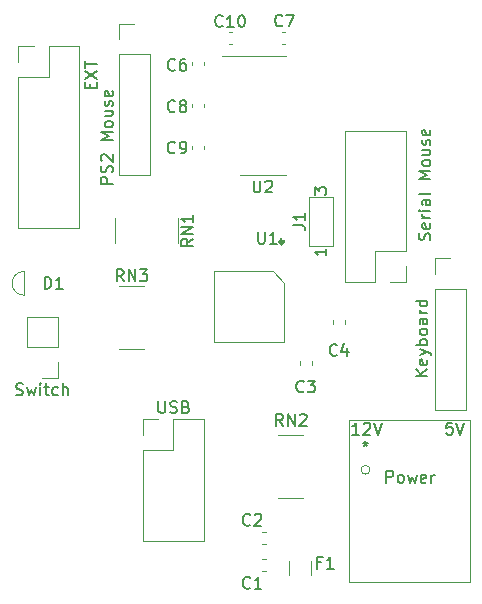
<source format=gbr>
%TF.GenerationSoftware,KiCad,Pcbnew,(6.0.9-0)*%
%TF.CreationDate,2023-01-28T22:02:16-06:00*%
%TF.ProjectId,ps2usb,70733275-7362-42e6-9b69-6361645f7063,rev?*%
%TF.SameCoordinates,Original*%
%TF.FileFunction,Legend,Top*%
%TF.FilePolarity,Positive*%
%FSLAX46Y46*%
G04 Gerber Fmt 4.6, Leading zero omitted, Abs format (unit mm)*
G04 Created by KiCad (PCBNEW (6.0.9-0)) date 2023-01-28 22:02:16*
%MOMM*%
%LPD*%
G01*
G04 APERTURE LIST*
%ADD10C,0.150000*%
%ADD11C,0.120000*%
%ADD12C,0.310000*%
G04 APERTURE END LIST*
D10*
%TO.C,C9*%
X111333333Y-81357142D02*
X111285714Y-81404761D01*
X111142857Y-81452380D01*
X111047619Y-81452380D01*
X110904761Y-81404761D01*
X110809523Y-81309523D01*
X110761904Y-81214285D01*
X110714285Y-81023809D01*
X110714285Y-80880952D01*
X110761904Y-80690476D01*
X110809523Y-80595238D01*
X110904761Y-80500000D01*
X111047619Y-80452380D01*
X111142857Y-80452380D01*
X111285714Y-80500000D01*
X111333333Y-80547619D01*
X111809523Y-81452380D02*
X112000000Y-81452380D01*
X112095238Y-81404761D01*
X112142857Y-81357142D01*
X112238095Y-81214285D01*
X112285714Y-81023809D01*
X112285714Y-80642857D01*
X112238095Y-80547619D01*
X112190476Y-80500000D01*
X112095238Y-80452380D01*
X111904761Y-80452380D01*
X111809523Y-80500000D01*
X111761904Y-80547619D01*
X111714285Y-80642857D01*
X111714285Y-80880952D01*
X111761904Y-80976190D01*
X111809523Y-81023809D01*
X111904761Y-81071428D01*
X112095238Y-81071428D01*
X112190476Y-81023809D01*
X112238095Y-80976190D01*
X112285714Y-80880952D01*
%TO.C,EXT*%
X104178571Y-75921428D02*
X104178571Y-75588095D01*
X104702380Y-75445238D02*
X104702380Y-75921428D01*
X103702380Y-75921428D01*
X103702380Y-75445238D01*
X103702380Y-75111904D02*
X104702380Y-74445238D01*
X103702380Y-74445238D02*
X104702380Y-75111904D01*
X103702380Y-74207142D02*
X103702380Y-73635714D01*
X104702380Y-73921428D02*
X103702380Y-73921428D01*
%TO.C,*%
%TO.C,C4*%
X125033333Y-98490142D02*
X124985714Y-98537761D01*
X124842857Y-98585380D01*
X124747619Y-98585380D01*
X124604761Y-98537761D01*
X124509523Y-98442523D01*
X124461904Y-98347285D01*
X124414285Y-98156809D01*
X124414285Y-98013952D01*
X124461904Y-97823476D01*
X124509523Y-97728238D01*
X124604761Y-97633000D01*
X124747619Y-97585380D01*
X124842857Y-97585380D01*
X124985714Y-97633000D01*
X125033333Y-97680619D01*
X125890476Y-97918714D02*
X125890476Y-98585380D01*
X125652380Y-97537761D02*
X125414285Y-98252047D01*
X126033333Y-98252047D01*
%TO.C,C7*%
X120433333Y-70607142D02*
X120385714Y-70654761D01*
X120242857Y-70702380D01*
X120147619Y-70702380D01*
X120004761Y-70654761D01*
X119909523Y-70559523D01*
X119861904Y-70464285D01*
X119814285Y-70273809D01*
X119814285Y-70130952D01*
X119861904Y-69940476D01*
X119909523Y-69845238D01*
X120004761Y-69750000D01*
X120147619Y-69702380D01*
X120242857Y-69702380D01*
X120385714Y-69750000D01*
X120433333Y-69797619D01*
X120766666Y-69702380D02*
X121433333Y-69702380D01*
X121004761Y-70702380D01*
%TO.C,Keyboard*%
X132702380Y-100290476D02*
X131702380Y-100290476D01*
X132702380Y-99719047D02*
X132130952Y-100147619D01*
X131702380Y-99719047D02*
X132273809Y-100290476D01*
X132654761Y-98909523D02*
X132702380Y-99004761D01*
X132702380Y-99195238D01*
X132654761Y-99290476D01*
X132559523Y-99338095D01*
X132178571Y-99338095D01*
X132083333Y-99290476D01*
X132035714Y-99195238D01*
X132035714Y-99004761D01*
X132083333Y-98909523D01*
X132178571Y-98861904D01*
X132273809Y-98861904D01*
X132369047Y-99338095D01*
X132035714Y-98528571D02*
X132702380Y-98290476D01*
X132035714Y-98052380D02*
X132702380Y-98290476D01*
X132940476Y-98385714D01*
X132988095Y-98433333D01*
X133035714Y-98528571D01*
X132702380Y-97671428D02*
X131702380Y-97671428D01*
X132083333Y-97671428D02*
X132035714Y-97576190D01*
X132035714Y-97385714D01*
X132083333Y-97290476D01*
X132130952Y-97242857D01*
X132226190Y-97195238D01*
X132511904Y-97195238D01*
X132607142Y-97242857D01*
X132654761Y-97290476D01*
X132702380Y-97385714D01*
X132702380Y-97576190D01*
X132654761Y-97671428D01*
X132702380Y-96623809D02*
X132654761Y-96719047D01*
X132607142Y-96766666D01*
X132511904Y-96814285D01*
X132226190Y-96814285D01*
X132130952Y-96766666D01*
X132083333Y-96719047D01*
X132035714Y-96623809D01*
X132035714Y-96480952D01*
X132083333Y-96385714D01*
X132130952Y-96338095D01*
X132226190Y-96290476D01*
X132511904Y-96290476D01*
X132607142Y-96338095D01*
X132654761Y-96385714D01*
X132702380Y-96480952D01*
X132702380Y-96623809D01*
X132702380Y-95433333D02*
X132178571Y-95433333D01*
X132083333Y-95480952D01*
X132035714Y-95576190D01*
X132035714Y-95766666D01*
X132083333Y-95861904D01*
X132654761Y-95433333D02*
X132702380Y-95528571D01*
X132702380Y-95766666D01*
X132654761Y-95861904D01*
X132559523Y-95909523D01*
X132464285Y-95909523D01*
X132369047Y-95861904D01*
X132321428Y-95766666D01*
X132321428Y-95528571D01*
X132273809Y-95433333D01*
X132702380Y-94957142D02*
X132035714Y-94957142D01*
X132226190Y-94957142D02*
X132130952Y-94909523D01*
X132083333Y-94861904D01*
X132035714Y-94766666D01*
X132035714Y-94671428D01*
X132702380Y-93909523D02*
X131702380Y-93909523D01*
X132654761Y-93909523D02*
X132702380Y-94004761D01*
X132702380Y-94195238D01*
X132654761Y-94290476D01*
X132607142Y-94338095D01*
X132511904Y-94385714D01*
X132226190Y-94385714D01*
X132130952Y-94338095D01*
X132083333Y-94290476D01*
X132035714Y-94195238D01*
X132035714Y-94004761D01*
X132083333Y-93909523D01*
%TO.C,D1*%
X100290904Y-92902380D02*
X100290904Y-91902380D01*
X100529000Y-91902380D01*
X100671857Y-91950000D01*
X100767095Y-92045238D01*
X100814714Y-92140476D01*
X100862333Y-92330952D01*
X100862333Y-92473809D01*
X100814714Y-92664285D01*
X100767095Y-92759523D01*
X100671857Y-92854761D01*
X100529000Y-92902380D01*
X100290904Y-92902380D01*
X101814714Y-92902380D02*
X101243285Y-92902380D01*
X101529000Y-92902380D02*
X101529000Y-91902380D01*
X101433761Y-92045238D01*
X101338523Y-92140476D01*
X101243285Y-92188095D01*
%TO.C,RN3*%
X106977523Y-92274380D02*
X106644190Y-91798190D01*
X106406095Y-92274380D02*
X106406095Y-91274380D01*
X106787047Y-91274380D01*
X106882285Y-91322000D01*
X106929904Y-91369619D01*
X106977523Y-91464857D01*
X106977523Y-91607714D01*
X106929904Y-91702952D01*
X106882285Y-91750571D01*
X106787047Y-91798190D01*
X106406095Y-91798190D01*
X107406095Y-92274380D02*
X107406095Y-91274380D01*
X107977523Y-92274380D01*
X107977523Y-91274380D01*
X108358476Y-91274380D02*
X108977523Y-91274380D01*
X108644190Y-91655333D01*
X108787047Y-91655333D01*
X108882285Y-91702952D01*
X108929904Y-91750571D01*
X108977523Y-91845809D01*
X108977523Y-92083904D01*
X108929904Y-92179142D01*
X108882285Y-92226761D01*
X108787047Y-92274380D01*
X108501333Y-92274380D01*
X108406095Y-92226761D01*
X108358476Y-92179142D01*
%TO.C,C1*%
X117689333Y-118213142D02*
X117641714Y-118260761D01*
X117498857Y-118308380D01*
X117403619Y-118308380D01*
X117260761Y-118260761D01*
X117165523Y-118165523D01*
X117117904Y-118070285D01*
X117070285Y-117879809D01*
X117070285Y-117736952D01*
X117117904Y-117546476D01*
X117165523Y-117451238D01*
X117260761Y-117356000D01*
X117403619Y-117308380D01*
X117498857Y-117308380D01*
X117641714Y-117356000D01*
X117689333Y-117403619D01*
X118641714Y-118308380D02*
X118070285Y-118308380D01*
X118356000Y-118308380D02*
X118356000Y-117308380D01*
X118260761Y-117451238D01*
X118165523Y-117546476D01*
X118070285Y-117594095D01*
%TO.C,USB*%
X109933095Y-102422380D02*
X109933095Y-103231904D01*
X109980714Y-103327142D01*
X110028333Y-103374761D01*
X110123571Y-103422380D01*
X110314047Y-103422380D01*
X110409285Y-103374761D01*
X110456904Y-103327142D01*
X110504523Y-103231904D01*
X110504523Y-102422380D01*
X110933095Y-103374761D02*
X111075952Y-103422380D01*
X111314047Y-103422380D01*
X111409285Y-103374761D01*
X111456904Y-103327142D01*
X111504523Y-103231904D01*
X111504523Y-103136666D01*
X111456904Y-103041428D01*
X111409285Y-102993809D01*
X111314047Y-102946190D01*
X111123571Y-102898571D01*
X111028333Y-102850952D01*
X110980714Y-102803333D01*
X110933095Y-102708095D01*
X110933095Y-102612857D01*
X110980714Y-102517619D01*
X111028333Y-102470000D01*
X111123571Y-102422380D01*
X111361666Y-102422380D01*
X111504523Y-102470000D01*
X112266428Y-102898571D02*
X112409285Y-102946190D01*
X112456904Y-102993809D01*
X112504523Y-103089047D01*
X112504523Y-103231904D01*
X112456904Y-103327142D01*
X112409285Y-103374761D01*
X112314047Y-103422380D01*
X111933095Y-103422380D01*
X111933095Y-102422380D01*
X112266428Y-102422380D01*
X112361666Y-102470000D01*
X112409285Y-102517619D01*
X112456904Y-102612857D01*
X112456904Y-102708095D01*
X112409285Y-102803333D01*
X112361666Y-102850952D01*
X112266428Y-102898571D01*
X111933095Y-102898571D01*
%TO.C,Power*%
X129233809Y-109328780D02*
X129233809Y-108328780D01*
X129614761Y-108328780D01*
X129710000Y-108376400D01*
X129757619Y-108424019D01*
X129805238Y-108519257D01*
X129805238Y-108662114D01*
X129757619Y-108757352D01*
X129710000Y-108804971D01*
X129614761Y-108852590D01*
X129233809Y-108852590D01*
X130376666Y-109328780D02*
X130281428Y-109281161D01*
X130233809Y-109233542D01*
X130186190Y-109138304D01*
X130186190Y-108852590D01*
X130233809Y-108757352D01*
X130281428Y-108709733D01*
X130376666Y-108662114D01*
X130519523Y-108662114D01*
X130614761Y-108709733D01*
X130662380Y-108757352D01*
X130710000Y-108852590D01*
X130710000Y-109138304D01*
X130662380Y-109233542D01*
X130614761Y-109281161D01*
X130519523Y-109328780D01*
X130376666Y-109328780D01*
X131043333Y-108662114D02*
X131233809Y-109328780D01*
X131424285Y-108852590D01*
X131614761Y-109328780D01*
X131805238Y-108662114D01*
X132567142Y-109281161D02*
X132471904Y-109328780D01*
X132281428Y-109328780D01*
X132186190Y-109281161D01*
X132138571Y-109185923D01*
X132138571Y-108804971D01*
X132186190Y-108709733D01*
X132281428Y-108662114D01*
X132471904Y-108662114D01*
X132567142Y-108709733D01*
X132614761Y-108804971D01*
X132614761Y-108900209D01*
X132138571Y-108995447D01*
X133043333Y-109328780D02*
X133043333Y-108662114D01*
X133043333Y-108852590D02*
X133090952Y-108757352D01*
X133138571Y-108709733D01*
X133233809Y-108662114D01*
X133329047Y-108662114D01*
X127460000Y-105788780D02*
X127460000Y-106026876D01*
X127221904Y-105931638D02*
X127460000Y-106026876D01*
X127698095Y-105931638D01*
X127317142Y-106217352D02*
X127460000Y-106026876D01*
X127602857Y-106217352D01*
X134809523Y-104252380D02*
X134333333Y-104252380D01*
X134285714Y-104728571D01*
X134333333Y-104680952D01*
X134428571Y-104633333D01*
X134666666Y-104633333D01*
X134761904Y-104680952D01*
X134809523Y-104728571D01*
X134857142Y-104823809D01*
X134857142Y-105061904D01*
X134809523Y-105157142D01*
X134761904Y-105204761D01*
X134666666Y-105252380D01*
X134428571Y-105252380D01*
X134333333Y-105204761D01*
X134285714Y-105157142D01*
X135142857Y-104252380D02*
X135476190Y-105252380D01*
X135809523Y-104252380D01*
X126930952Y-105252380D02*
X126359523Y-105252380D01*
X126645238Y-105252380D02*
X126645238Y-104252380D01*
X126550000Y-104395238D01*
X126454761Y-104490476D01*
X126359523Y-104538095D01*
X127311904Y-104347619D02*
X127359523Y-104300000D01*
X127454761Y-104252380D01*
X127692857Y-104252380D01*
X127788095Y-104300000D01*
X127835714Y-104347619D01*
X127883333Y-104442857D01*
X127883333Y-104538095D01*
X127835714Y-104680952D01*
X127264285Y-105252380D01*
X127883333Y-105252380D01*
X128169047Y-104252380D02*
X128502380Y-105252380D01*
X128835714Y-104252380D01*
%TO.C,J1*%
X121352380Y-87533333D02*
X122066666Y-87533333D01*
X122209523Y-87580952D01*
X122304761Y-87676190D01*
X122352380Y-87819047D01*
X122352380Y-87914285D01*
X122352380Y-86533333D02*
X122352380Y-87104761D01*
X122352380Y-86819047D02*
X121352380Y-86819047D01*
X121495238Y-86914285D01*
X121590476Y-87009523D01*
X121638095Y-87104761D01*
X124152380Y-89514285D02*
X124152380Y-90085714D01*
X124152380Y-89800000D02*
X123152380Y-89800000D01*
X123295238Y-89895238D01*
X123390476Y-89990476D01*
X123438095Y-90085714D01*
X123152380Y-84933333D02*
X123152380Y-84314285D01*
X123533333Y-84647619D01*
X123533333Y-84504761D01*
X123580952Y-84409523D01*
X123628571Y-84361904D01*
X123723809Y-84314285D01*
X123961904Y-84314285D01*
X124057142Y-84361904D01*
X124104761Y-84409523D01*
X124152380Y-84504761D01*
X124152380Y-84790476D01*
X124104761Y-84885714D01*
X124057142Y-84933333D01*
%TO.C,U1*%
X118364095Y-88098380D02*
X118364095Y-88907904D01*
X118411714Y-89003142D01*
X118459333Y-89050761D01*
X118554571Y-89098380D01*
X118745047Y-89098380D01*
X118840285Y-89050761D01*
X118887904Y-89003142D01*
X118935523Y-88907904D01*
X118935523Y-88098380D01*
X119935523Y-89098380D02*
X119364095Y-89098380D01*
X119649809Y-89098380D02*
X119649809Y-88098380D01*
X119554571Y-88241238D01*
X119459333Y-88336476D01*
X119364095Y-88384095D01*
%TO.C,RN2*%
X120467523Y-104520380D02*
X120134190Y-104044190D01*
X119896095Y-104520380D02*
X119896095Y-103520380D01*
X120277047Y-103520380D01*
X120372285Y-103568000D01*
X120419904Y-103615619D01*
X120467523Y-103710857D01*
X120467523Y-103853714D01*
X120419904Y-103948952D01*
X120372285Y-103996571D01*
X120277047Y-104044190D01*
X119896095Y-104044190D01*
X120896095Y-104520380D02*
X120896095Y-103520380D01*
X121467523Y-104520380D01*
X121467523Y-103520380D01*
X121896095Y-103615619D02*
X121943714Y-103568000D01*
X122038952Y-103520380D01*
X122277047Y-103520380D01*
X122372285Y-103568000D01*
X122419904Y-103615619D01*
X122467523Y-103710857D01*
X122467523Y-103806095D01*
X122419904Y-103948952D01*
X121848476Y-104520380D01*
X122467523Y-104520380D01*
%TO.C,U2*%
X117988095Y-83752380D02*
X117988095Y-84561904D01*
X118035714Y-84657142D01*
X118083333Y-84704761D01*
X118178571Y-84752380D01*
X118369047Y-84752380D01*
X118464285Y-84704761D01*
X118511904Y-84657142D01*
X118559523Y-84561904D01*
X118559523Y-83752380D01*
X118988095Y-83847619D02*
X119035714Y-83800000D01*
X119130952Y-83752380D01*
X119369047Y-83752380D01*
X119464285Y-83800000D01*
X119511904Y-83847619D01*
X119559523Y-83942857D01*
X119559523Y-84038095D01*
X119511904Y-84180952D01*
X118940476Y-84752380D01*
X119559523Y-84752380D01*
%TO.C,*%
%TO.C,C6*%
X111333333Y-74357142D02*
X111285714Y-74404761D01*
X111142857Y-74452380D01*
X111047619Y-74452380D01*
X110904761Y-74404761D01*
X110809523Y-74309523D01*
X110761904Y-74214285D01*
X110714285Y-74023809D01*
X110714285Y-73880952D01*
X110761904Y-73690476D01*
X110809523Y-73595238D01*
X110904761Y-73500000D01*
X111047619Y-73452380D01*
X111142857Y-73452380D01*
X111285714Y-73500000D01*
X111333333Y-73547619D01*
X112190476Y-73452380D02*
X112000000Y-73452380D01*
X111904761Y-73500000D01*
X111857142Y-73547619D01*
X111761904Y-73690476D01*
X111714285Y-73880952D01*
X111714285Y-74261904D01*
X111761904Y-74357142D01*
X111809523Y-74404761D01*
X111904761Y-74452380D01*
X112095238Y-74452380D01*
X112190476Y-74404761D01*
X112238095Y-74357142D01*
X112285714Y-74261904D01*
X112285714Y-74023809D01*
X112238095Y-73928571D01*
X112190476Y-73880952D01*
X112095238Y-73833333D01*
X111904761Y-73833333D01*
X111809523Y-73880952D01*
X111761904Y-73928571D01*
X111714285Y-74023809D01*
%TO.C,PS2 Mouse*%
X106052380Y-84004761D02*
X105052380Y-84004761D01*
X105052380Y-83623809D01*
X105100000Y-83528571D01*
X105147619Y-83480952D01*
X105242857Y-83433333D01*
X105385714Y-83433333D01*
X105480952Y-83480952D01*
X105528571Y-83528571D01*
X105576190Y-83623809D01*
X105576190Y-84004761D01*
X106004761Y-83052380D02*
X106052380Y-82909523D01*
X106052380Y-82671428D01*
X106004761Y-82576190D01*
X105957142Y-82528571D01*
X105861904Y-82480952D01*
X105766666Y-82480952D01*
X105671428Y-82528571D01*
X105623809Y-82576190D01*
X105576190Y-82671428D01*
X105528571Y-82861904D01*
X105480952Y-82957142D01*
X105433333Y-83004761D01*
X105338095Y-83052380D01*
X105242857Y-83052380D01*
X105147619Y-83004761D01*
X105100000Y-82957142D01*
X105052380Y-82861904D01*
X105052380Y-82623809D01*
X105100000Y-82480952D01*
X105147619Y-82099999D02*
X105100000Y-82052380D01*
X105052380Y-81957142D01*
X105052380Y-81719047D01*
X105100000Y-81623809D01*
X105147619Y-81576190D01*
X105242857Y-81528571D01*
X105338095Y-81528571D01*
X105480952Y-81576190D01*
X106052380Y-82147619D01*
X106052380Y-81528571D01*
X106052380Y-80338095D02*
X105052380Y-80338095D01*
X105766666Y-80004761D01*
X105052380Y-79671428D01*
X106052380Y-79671428D01*
X106052380Y-79052380D02*
X106004761Y-79147619D01*
X105957142Y-79195238D01*
X105861904Y-79242857D01*
X105576190Y-79242857D01*
X105480952Y-79195238D01*
X105433333Y-79147619D01*
X105385714Y-79052380D01*
X105385714Y-78909523D01*
X105433333Y-78814285D01*
X105480952Y-78766666D01*
X105576190Y-78719047D01*
X105861904Y-78719047D01*
X105957142Y-78766666D01*
X106004761Y-78814285D01*
X106052380Y-78909523D01*
X106052380Y-79052380D01*
X105385714Y-77861904D02*
X106052380Y-77861904D01*
X105385714Y-78290476D02*
X105909523Y-78290476D01*
X106004761Y-78242857D01*
X106052380Y-78147619D01*
X106052380Y-78004761D01*
X106004761Y-77909523D01*
X105957142Y-77861904D01*
X106004761Y-77433333D02*
X106052380Y-77338095D01*
X106052380Y-77147619D01*
X106004761Y-77052380D01*
X105909523Y-77004761D01*
X105861904Y-77004761D01*
X105766666Y-77052380D01*
X105719047Y-77147619D01*
X105719047Y-77290476D01*
X105671428Y-77385714D01*
X105576190Y-77433333D01*
X105528571Y-77433333D01*
X105433333Y-77385714D01*
X105385714Y-77290476D01*
X105385714Y-77147619D01*
X105433333Y-77052380D01*
X106004761Y-76195238D02*
X106052380Y-76290476D01*
X106052380Y-76480952D01*
X106004761Y-76576190D01*
X105909523Y-76623809D01*
X105528571Y-76623809D01*
X105433333Y-76576190D01*
X105385714Y-76480952D01*
X105385714Y-76290476D01*
X105433333Y-76195238D01*
X105528571Y-76147619D01*
X105623809Y-76147619D01*
X105719047Y-76623809D01*
%TO.C,C10*%
X115357142Y-70657142D02*
X115309523Y-70704761D01*
X115166666Y-70752380D01*
X115071428Y-70752380D01*
X114928571Y-70704761D01*
X114833333Y-70609523D01*
X114785714Y-70514285D01*
X114738095Y-70323809D01*
X114738095Y-70180952D01*
X114785714Y-69990476D01*
X114833333Y-69895238D01*
X114928571Y-69800000D01*
X115071428Y-69752380D01*
X115166666Y-69752380D01*
X115309523Y-69800000D01*
X115357142Y-69847619D01*
X116309523Y-70752380D02*
X115738095Y-70752380D01*
X116023809Y-70752380D02*
X116023809Y-69752380D01*
X115928571Y-69895238D01*
X115833333Y-69990476D01*
X115738095Y-70038095D01*
X116928571Y-69752380D02*
X117023809Y-69752380D01*
X117119047Y-69800000D01*
X117166666Y-69847619D01*
X117214285Y-69942857D01*
X117261904Y-70133333D01*
X117261904Y-70371428D01*
X117214285Y-70561904D01*
X117166666Y-70657142D01*
X117119047Y-70704761D01*
X117023809Y-70752380D01*
X116928571Y-70752380D01*
X116833333Y-70704761D01*
X116785714Y-70657142D01*
X116738095Y-70561904D01*
X116690476Y-70371428D01*
X116690476Y-70133333D01*
X116738095Y-69942857D01*
X116785714Y-69847619D01*
X116833333Y-69800000D01*
X116928571Y-69752380D01*
%TO.C,C2*%
X117689333Y-112879142D02*
X117641714Y-112926761D01*
X117498857Y-112974380D01*
X117403619Y-112974380D01*
X117260761Y-112926761D01*
X117165523Y-112831523D01*
X117117904Y-112736285D01*
X117070285Y-112545809D01*
X117070285Y-112402952D01*
X117117904Y-112212476D01*
X117165523Y-112117238D01*
X117260761Y-112022000D01*
X117403619Y-111974380D01*
X117498857Y-111974380D01*
X117641714Y-112022000D01*
X117689333Y-112069619D01*
X118070285Y-112069619D02*
X118117904Y-112022000D01*
X118213142Y-111974380D01*
X118451238Y-111974380D01*
X118546476Y-112022000D01*
X118594095Y-112069619D01*
X118641714Y-112164857D01*
X118641714Y-112260095D01*
X118594095Y-112402952D01*
X118022666Y-112974380D01*
X118641714Y-112974380D01*
%TO.C,Serial Mouse*%
X132904761Y-88766666D02*
X132952380Y-88623809D01*
X132952380Y-88385714D01*
X132904761Y-88290476D01*
X132857142Y-88242857D01*
X132761904Y-88195238D01*
X132666666Y-88195238D01*
X132571428Y-88242857D01*
X132523809Y-88290476D01*
X132476190Y-88385714D01*
X132428571Y-88576190D01*
X132380952Y-88671428D01*
X132333333Y-88719047D01*
X132238095Y-88766666D01*
X132142857Y-88766666D01*
X132047619Y-88719047D01*
X132000000Y-88671428D01*
X131952380Y-88576190D01*
X131952380Y-88338095D01*
X132000000Y-88195238D01*
X132904761Y-87385714D02*
X132952380Y-87480952D01*
X132952380Y-87671428D01*
X132904761Y-87766666D01*
X132809523Y-87814285D01*
X132428571Y-87814285D01*
X132333333Y-87766666D01*
X132285714Y-87671428D01*
X132285714Y-87480952D01*
X132333333Y-87385714D01*
X132428571Y-87338095D01*
X132523809Y-87338095D01*
X132619047Y-87814285D01*
X132952380Y-86909523D02*
X132285714Y-86909523D01*
X132476190Y-86909523D02*
X132380952Y-86861904D01*
X132333333Y-86814285D01*
X132285714Y-86719047D01*
X132285714Y-86623809D01*
X132952380Y-86290476D02*
X132285714Y-86290476D01*
X131952380Y-86290476D02*
X132000000Y-86338095D01*
X132047619Y-86290476D01*
X132000000Y-86242857D01*
X131952380Y-86290476D01*
X132047619Y-86290476D01*
X132952380Y-85385714D02*
X132428571Y-85385714D01*
X132333333Y-85433333D01*
X132285714Y-85528571D01*
X132285714Y-85719047D01*
X132333333Y-85814285D01*
X132904761Y-85385714D02*
X132952380Y-85480952D01*
X132952380Y-85719047D01*
X132904761Y-85814285D01*
X132809523Y-85861904D01*
X132714285Y-85861904D01*
X132619047Y-85814285D01*
X132571428Y-85719047D01*
X132571428Y-85480952D01*
X132523809Y-85385714D01*
X132952380Y-84766666D02*
X132904761Y-84861904D01*
X132809523Y-84909523D01*
X131952380Y-84909523D01*
X132952380Y-83623809D02*
X131952380Y-83623809D01*
X132666666Y-83290476D01*
X131952380Y-82957142D01*
X132952380Y-82957142D01*
X132952380Y-82338095D02*
X132904761Y-82433333D01*
X132857142Y-82480952D01*
X132761904Y-82528571D01*
X132476190Y-82528571D01*
X132380952Y-82480952D01*
X132333333Y-82433333D01*
X132285714Y-82338095D01*
X132285714Y-82195238D01*
X132333333Y-82100000D01*
X132380952Y-82052380D01*
X132476190Y-82004761D01*
X132761904Y-82004761D01*
X132857142Y-82052380D01*
X132904761Y-82100000D01*
X132952380Y-82195238D01*
X132952380Y-82338095D01*
X132285714Y-81147619D02*
X132952380Y-81147619D01*
X132285714Y-81576190D02*
X132809523Y-81576190D01*
X132904761Y-81528571D01*
X132952380Y-81433333D01*
X132952380Y-81290476D01*
X132904761Y-81195238D01*
X132857142Y-81147619D01*
X132904761Y-80719047D02*
X132952380Y-80623809D01*
X132952380Y-80433333D01*
X132904761Y-80338095D01*
X132809523Y-80290476D01*
X132761904Y-80290476D01*
X132666666Y-80338095D01*
X132619047Y-80433333D01*
X132619047Y-80576190D01*
X132571428Y-80671428D01*
X132476190Y-80719047D01*
X132428571Y-80719047D01*
X132333333Y-80671428D01*
X132285714Y-80576190D01*
X132285714Y-80433333D01*
X132333333Y-80338095D01*
X132904761Y-79480952D02*
X132952380Y-79576190D01*
X132952380Y-79766666D01*
X132904761Y-79861904D01*
X132809523Y-79909523D01*
X132428571Y-79909523D01*
X132333333Y-79861904D01*
X132285714Y-79766666D01*
X132285714Y-79576190D01*
X132333333Y-79480952D01*
X132428571Y-79433333D01*
X132523809Y-79433333D01*
X132619047Y-79909523D01*
%TO.C,C3*%
X122233333Y-101589142D02*
X122185714Y-101636761D01*
X122042857Y-101684380D01*
X121947619Y-101684380D01*
X121804761Y-101636761D01*
X121709523Y-101541523D01*
X121661904Y-101446285D01*
X121614285Y-101255809D01*
X121614285Y-101112952D01*
X121661904Y-100922476D01*
X121709523Y-100827238D01*
X121804761Y-100732000D01*
X121947619Y-100684380D01*
X122042857Y-100684380D01*
X122185714Y-100732000D01*
X122233333Y-100779619D01*
X122566666Y-100684380D02*
X123185714Y-100684380D01*
X122852380Y-101065333D01*
X122995238Y-101065333D01*
X123090476Y-101112952D01*
X123138095Y-101160571D01*
X123185714Y-101255809D01*
X123185714Y-101493904D01*
X123138095Y-101589142D01*
X123090476Y-101636761D01*
X122995238Y-101684380D01*
X122709523Y-101684380D01*
X122614285Y-101636761D01*
X122566666Y-101589142D01*
%TO.C,RN1*%
X112852380Y-88690476D02*
X112376190Y-89023809D01*
X112852380Y-89261904D02*
X111852380Y-89261904D01*
X111852380Y-88880952D01*
X111900000Y-88785714D01*
X111947619Y-88738095D01*
X112042857Y-88690476D01*
X112185714Y-88690476D01*
X112280952Y-88738095D01*
X112328571Y-88785714D01*
X112376190Y-88880952D01*
X112376190Y-89261904D01*
X112852380Y-88261904D02*
X111852380Y-88261904D01*
X112852380Y-87690476D01*
X111852380Y-87690476D01*
X112852380Y-86690476D02*
X112852380Y-87261904D01*
X112852380Y-86976190D02*
X111852380Y-86976190D01*
X111995238Y-87071428D01*
X112090476Y-87166666D01*
X112138095Y-87261904D01*
%TO.C,C8*%
X111333333Y-77857142D02*
X111285714Y-77904761D01*
X111142857Y-77952380D01*
X111047619Y-77952380D01*
X110904761Y-77904761D01*
X110809523Y-77809523D01*
X110761904Y-77714285D01*
X110714285Y-77523809D01*
X110714285Y-77380952D01*
X110761904Y-77190476D01*
X110809523Y-77095238D01*
X110904761Y-77000000D01*
X111047619Y-76952380D01*
X111142857Y-76952380D01*
X111285714Y-77000000D01*
X111333333Y-77047619D01*
X111904761Y-77380952D02*
X111809523Y-77333333D01*
X111761904Y-77285714D01*
X111714285Y-77190476D01*
X111714285Y-77142857D01*
X111761904Y-77047619D01*
X111809523Y-77000000D01*
X111904761Y-76952380D01*
X112095238Y-76952380D01*
X112190476Y-77000000D01*
X112238095Y-77047619D01*
X112285714Y-77142857D01*
X112285714Y-77190476D01*
X112238095Y-77285714D01*
X112190476Y-77333333D01*
X112095238Y-77380952D01*
X111904761Y-77380952D01*
X111809523Y-77428571D01*
X111761904Y-77476190D01*
X111714285Y-77571428D01*
X111714285Y-77761904D01*
X111761904Y-77857142D01*
X111809523Y-77904761D01*
X111904761Y-77952380D01*
X112095238Y-77952380D01*
X112190476Y-77904761D01*
X112238095Y-77857142D01*
X112285714Y-77761904D01*
X112285714Y-77571428D01*
X112238095Y-77476190D01*
X112190476Y-77428571D01*
X112095238Y-77380952D01*
%TO.C,F1*%
X123716666Y-116078571D02*
X123383333Y-116078571D01*
X123383333Y-116602380D02*
X123383333Y-115602380D01*
X123859523Y-115602380D01*
X124764285Y-116602380D02*
X124192857Y-116602380D01*
X124478571Y-116602380D02*
X124478571Y-115602380D01*
X124383333Y-115745238D01*
X124288095Y-115840476D01*
X124192857Y-115888095D01*
%TO.C,Switch*%
X97885714Y-101884761D02*
X98028571Y-101932380D01*
X98266666Y-101932380D01*
X98361904Y-101884761D01*
X98409523Y-101837142D01*
X98457142Y-101741904D01*
X98457142Y-101646666D01*
X98409523Y-101551428D01*
X98361904Y-101503809D01*
X98266666Y-101456190D01*
X98076190Y-101408571D01*
X97980952Y-101360952D01*
X97933333Y-101313333D01*
X97885714Y-101218095D01*
X97885714Y-101122857D01*
X97933333Y-101027619D01*
X97980952Y-100980000D01*
X98076190Y-100932380D01*
X98314285Y-100932380D01*
X98457142Y-100980000D01*
X98790476Y-101265714D02*
X98980952Y-101932380D01*
X99171428Y-101456190D01*
X99361904Y-101932380D01*
X99552380Y-101265714D01*
X99933333Y-101932380D02*
X99933333Y-101265714D01*
X99933333Y-100932380D02*
X99885714Y-100980000D01*
X99933333Y-101027619D01*
X99980952Y-100980000D01*
X99933333Y-100932380D01*
X99933333Y-101027619D01*
X100266666Y-101265714D02*
X100647619Y-101265714D01*
X100409523Y-100932380D02*
X100409523Y-101789523D01*
X100457142Y-101884761D01*
X100552380Y-101932380D01*
X100647619Y-101932380D01*
X101409523Y-101884761D02*
X101314285Y-101932380D01*
X101123809Y-101932380D01*
X101028571Y-101884761D01*
X100980952Y-101837142D01*
X100933333Y-101741904D01*
X100933333Y-101456190D01*
X100980952Y-101360952D01*
X101028571Y-101313333D01*
X101123809Y-101265714D01*
X101314285Y-101265714D01*
X101409523Y-101313333D01*
X101838095Y-101932380D02*
X101838095Y-100932380D01*
X102266666Y-101932380D02*
X102266666Y-101408571D01*
X102219047Y-101313333D01*
X102123809Y-101265714D01*
X101980952Y-101265714D01*
X101885714Y-101313333D01*
X101838095Y-101360952D01*
D11*
%TO.C,C9*%
X113766000Y-80795420D02*
X113766000Y-81076580D01*
X112746000Y-80795420D02*
X112746000Y-81076580D01*
%TO.C,EXT*%
X103245000Y-72370000D02*
X103245000Y-87730000D01*
X100645000Y-74970000D02*
X100645000Y-72370000D01*
X98045000Y-73700000D02*
X98045000Y-72370000D01*
X98045000Y-74970000D02*
X98045000Y-87730000D01*
X98045000Y-74970000D02*
X100645000Y-74970000D01*
X98045000Y-72370000D02*
X99375000Y-72370000D01*
X100645000Y-72370000D02*
X103245000Y-72370000D01*
X98045000Y-87730000D02*
X103245000Y-87730000D01*
%TO.C,C4*%
X124690000Y-95865580D02*
X124690000Y-95584420D01*
X125710000Y-95865580D02*
X125710000Y-95584420D01*
%TO.C,C7*%
X120359420Y-71190000D02*
X120640580Y-71190000D01*
X120359420Y-72210000D02*
X120640580Y-72210000D01*
%TO.C,Keyboard*%
X133320000Y-91675000D02*
X133320000Y-90345000D01*
X133320000Y-92945000D02*
X135980000Y-92945000D01*
X133320000Y-90345000D02*
X134650000Y-90345000D01*
X133320000Y-92945000D02*
X133320000Y-103165000D01*
X133320000Y-103165000D02*
X135980000Y-103165000D01*
X135980000Y-92945000D02*
X135980000Y-103165000D01*
%TO.C,D1*%
X98550000Y-93450000D02*
X98550000Y-91450000D01*
X98550000Y-91450000D02*
G75*
G03*
X98550000Y-93450000I0J-1000000D01*
G01*
%TO.C,RN3*%
X108718000Y-97992000D02*
X106618000Y-97992000D01*
X108718000Y-92652000D02*
X106618000Y-92652000D01*
%TO.C,C1*%
X118731420Y-116842000D02*
X119012580Y-116842000D01*
X118731420Y-115822000D02*
X119012580Y-115822000D01*
%TO.C,USB*%
X108595000Y-103970000D02*
X109925000Y-103970000D01*
X111195000Y-106570000D02*
X111195000Y-103970000D01*
X111195000Y-103970000D02*
X113795000Y-103970000D01*
X108595000Y-106570000D02*
X108595000Y-114250000D01*
X108595000Y-114250000D02*
X113795000Y-114250000D01*
X113795000Y-103970000D02*
X113795000Y-114250000D01*
X108595000Y-105300000D02*
X108595000Y-103970000D01*
X108595000Y-106570000D02*
X111195000Y-106570000D01*
%TO.C,Power*%
X136340800Y-117766400D02*
X136340800Y-103999600D01*
X136340800Y-103999600D02*
X126079200Y-103999600D01*
X126079200Y-103999600D02*
X126079200Y-117766400D01*
X126079200Y-117766400D02*
X136340800Y-117766400D01*
X127841000Y-108241400D02*
G75*
G03*
X127841000Y-108241400I-381000J0D01*
G01*
%TO.C,J1*%
X124700000Y-89250000D02*
X122700000Y-89250000D01*
X124700000Y-85150000D02*
X124700000Y-89250000D01*
X122700000Y-85150000D02*
X124700000Y-85150000D01*
X122700000Y-89250000D02*
X122700000Y-85150000D01*
%TO.C,U1*%
X120602000Y-92435000D02*
X120602000Y-97435000D01*
X114602000Y-91435000D02*
X119602000Y-91435000D01*
X120602000Y-97435000D02*
X114602000Y-97435000D01*
X119602000Y-91435000D02*
X120602000Y-92435000D01*
X114602000Y-97435000D02*
X114602000Y-91435000D01*
D12*
X120507000Y-88935000D02*
G75*
G03*
X120507000Y-88935000I-155000J0D01*
G01*
D11*
%TO.C,RN2*%
X120080000Y-110620000D02*
X122180000Y-110620000D01*
X120080000Y-105280000D02*
X122180000Y-105280000D01*
%TO.C,U2*%
X118750000Y-73173800D02*
X120700000Y-73173800D01*
X118750000Y-73173800D02*
X115300000Y-73173800D01*
X118750000Y-83293800D02*
X120700000Y-83293800D01*
X118750000Y-83293800D02*
X116800000Y-83293800D01*
%TO.C,C6*%
X113760000Y-73964580D02*
X113760000Y-73683420D01*
X112740000Y-73964580D02*
X112740000Y-73683420D01*
%TO.C,PS2 Mouse*%
X109230000Y-73070000D02*
X109230000Y-83290000D01*
X106570000Y-83290000D02*
X109230000Y-83290000D01*
X106570000Y-70470000D02*
X107900000Y-70470000D01*
X106570000Y-73070000D02*
X109230000Y-73070000D01*
X106570000Y-73070000D02*
X106570000Y-83290000D01*
X106570000Y-71800000D02*
X106570000Y-70470000D01*
%TO.C,C10*%
X115909420Y-72225800D02*
X116190580Y-72225800D01*
X115909420Y-71205800D02*
X116190580Y-71205800D01*
%TO.C,C2*%
X118731420Y-113536000D02*
X119012580Y-113536000D01*
X118731420Y-114556000D02*
X119012580Y-114556000D01*
%TO.C,Serial Mouse*%
X128305000Y-92355000D02*
X125705000Y-92355000D01*
X130905000Y-89755000D02*
X128305000Y-89755000D01*
X130905000Y-92355000D02*
X129575000Y-92355000D01*
X130905000Y-89755000D02*
X130905000Y-79535000D01*
X125705000Y-92355000D02*
X125705000Y-79535000D01*
X130905000Y-79535000D02*
X125705000Y-79535000D01*
X128305000Y-89755000D02*
X128305000Y-92355000D01*
X130905000Y-91025000D02*
X130905000Y-92355000D01*
%TO.C,C3*%
X121890000Y-99340580D02*
X121890000Y-99059420D01*
X122910000Y-99340580D02*
X122910000Y-99059420D01*
%TO.C,RN1*%
X111570000Y-89050000D02*
X111570000Y-86950000D01*
X106230000Y-89050000D02*
X106230000Y-86950000D01*
%TO.C,C8*%
X112740000Y-77520580D02*
X112740000Y-77239420D01*
X113760000Y-77520580D02*
X113760000Y-77239420D01*
%TO.C,F1*%
X121010000Y-115983936D02*
X121010000Y-117188064D01*
X122830000Y-115983936D02*
X122830000Y-117188064D01*
%TO.C,Switch*%
X101430000Y-95280000D02*
X98770000Y-95280000D01*
X101430000Y-97880000D02*
X98770000Y-97880000D01*
X101430000Y-99150000D02*
X101430000Y-100480000D01*
X98770000Y-97880000D02*
X98770000Y-95280000D01*
X101430000Y-97880000D02*
X101430000Y-95280000D01*
X101430000Y-100480000D02*
X100100000Y-100480000D01*
%TD*%
M02*

</source>
